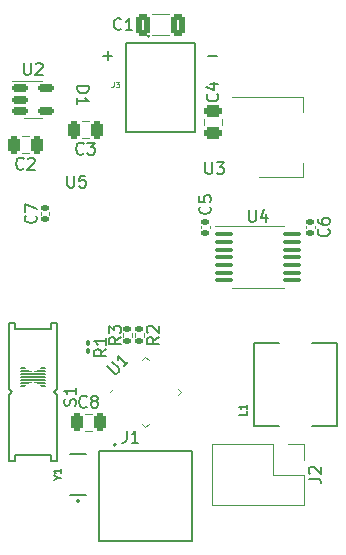
<source format=gto>
G04 #@! TF.GenerationSoftware,KiCad,Pcbnew,(6.0.2)*
G04 #@! TF.CreationDate,2022-09-22T18:34:12-04:00*
G04 #@! TF.ProjectId,Control Board,436f6e74-726f-46c2-9042-6f6172642e6b,rev?*
G04 #@! TF.SameCoordinates,Original*
G04 #@! TF.FileFunction,Legend,Top*
G04 #@! TF.FilePolarity,Positive*
%FSLAX46Y46*%
G04 Gerber Fmt 4.6, Leading zero omitted, Abs format (unit mm)*
G04 Created by KiCad (PCBNEW (6.0.2)) date 2022-09-22 18:34:12*
%MOMM*%
%LPD*%
G01*
G04 APERTURE LIST*
G04 Aperture macros list*
%AMRoundRect*
0 Rectangle with rounded corners*
0 $1 Rounding radius*
0 $2 $3 $4 $5 $6 $7 $8 $9 X,Y pos of 4 corners*
0 Add a 4 corners polygon primitive as box body*
4,1,4,$2,$3,$4,$5,$6,$7,$8,$9,$2,$3,0*
0 Add four circle primitives for the rounded corners*
1,1,$1+$1,$2,$3*
1,1,$1+$1,$4,$5*
1,1,$1+$1,$6,$7*
1,1,$1+$1,$8,$9*
0 Add four rect primitives between the rounded corners*
20,1,$1+$1,$2,$3,$4,$5,0*
20,1,$1+$1,$4,$5,$6,$7,0*
20,1,$1+$1,$6,$7,$8,$9,0*
20,1,$1+$1,$8,$9,$2,$3,0*%
%AMRotRect*
0 Rectangle, with rotation*
0 The origin of the aperture is its center*
0 $1 length*
0 $2 width*
0 $3 Rotation angle, in degrees counterclockwise*
0 Add horizontal line*
21,1,$1,$2,0,0,$3*%
%AMFreePoly0*
4,1,14,0.318306,0.106694,0.381693,0.043306,0.400000,-0.000888,0.400000,-0.062500,0.381693,-0.106694,0.337500,-0.125000,-0.337500,-0.125000,-0.381693,-0.106694,-0.400000,-0.062500,-0.400000,0.062500,-0.381693,0.106694,-0.337500,0.125000,0.274112,0.125000,0.318306,0.106694,0.318306,0.106694,$1*%
%AMFreePoly1*
4,1,14,0.381693,0.106694,0.400000,0.062500,0.400000,0.000888,0.381693,-0.043306,0.318306,-0.106694,0.274112,-0.125000,-0.337500,-0.125000,-0.381693,-0.106694,-0.400000,-0.062500,-0.400000,0.062500,-0.381693,0.106694,-0.337500,0.125000,0.337500,0.125000,0.381693,0.106694,0.381693,0.106694,$1*%
%AMFreePoly2*
4,1,14,0.106694,0.381693,0.125000,0.337500,0.125000,-0.337500,0.106694,-0.381693,0.062500,-0.400000,-0.062500,-0.400000,-0.106694,-0.381693,-0.125000,-0.337500,-0.125000,0.274112,-0.106694,0.318306,-0.043306,0.381693,0.000888,0.400000,0.062500,0.400000,0.106694,0.381693,0.106694,0.381693,$1*%
%AMFreePoly3*
4,1,14,0.043306,0.381693,0.106694,0.318306,0.125000,0.274112,0.125000,-0.337500,0.106694,-0.381693,0.062500,-0.400000,-0.062500,-0.400000,-0.106694,-0.381693,-0.125000,-0.337500,-0.125000,0.337500,-0.106694,0.381693,-0.062500,0.400000,-0.000888,0.400000,0.043306,0.381693,0.043306,0.381693,$1*%
%AMFreePoly4*
4,1,14,0.381693,0.106694,0.400000,0.062500,0.400000,-0.062500,0.381693,-0.106694,0.337500,-0.125000,-0.274112,-0.125000,-0.318306,-0.106694,-0.381693,-0.043306,-0.400000,0.000888,-0.400000,0.062500,-0.381693,0.106694,-0.337500,0.125000,0.337500,0.125000,0.381693,0.106694,0.381693,0.106694,$1*%
%AMFreePoly5*
4,1,14,0.381693,0.106694,0.400000,0.062500,0.400000,-0.062500,0.381693,-0.106694,0.337500,-0.125000,-0.337500,-0.125000,-0.381693,-0.106694,-0.400000,-0.062500,-0.400000,-0.000888,-0.381693,0.043306,-0.318306,0.106694,-0.274112,0.125000,0.337500,0.125000,0.381693,0.106694,0.381693,0.106694,$1*%
%AMFreePoly6*
4,1,14,0.106694,0.381693,0.125000,0.337500,0.125000,-0.274112,0.106694,-0.318306,0.043306,-0.381693,-0.000888,-0.400000,-0.062500,-0.400000,-0.106694,-0.381693,-0.125000,-0.337500,-0.125000,0.337500,-0.106694,0.381693,-0.062500,0.400000,0.062500,0.400000,0.106694,0.381693,0.106694,0.381693,$1*%
%AMFreePoly7*
4,1,14,0.106694,0.381693,0.125000,0.337500,0.125000,-0.337500,0.106694,-0.381693,0.062500,-0.400000,0.000888,-0.400000,-0.043306,-0.381693,-0.106694,-0.318306,-0.125000,-0.274112,-0.125000,0.337500,-0.106694,0.381693,-0.062500,0.400000,0.062500,0.400000,0.106694,0.381693,0.106694,0.381693,$1*%
G04 Aperture macros list end*
%ADD10C,0.150000*%
%ADD11C,0.120000*%
%ADD12C,0.127000*%
%ADD13C,0.200000*%
%ADD14C,1.308000*%
%ADD15R,1.308000X1.308000*%
%ADD16RoundRect,0.250000X-0.325000X-0.650000X0.325000X-0.650000X0.325000X0.650000X-0.325000X0.650000X0*%
%ADD17RoundRect,0.100000X-0.637500X-0.100000X0.637500X-0.100000X0.637500X0.100000X-0.637500X0.100000X0*%
%ADD18RoundRect,0.135000X-0.185000X0.135000X-0.185000X-0.135000X0.185000X-0.135000X0.185000X0.135000X0*%
%ADD19RoundRect,0.150000X-0.512500X-0.150000X0.512500X-0.150000X0.512500X0.150000X-0.512500X0.150000X0*%
%ADD20R,1.700000X1.700000*%
%ADD21O,1.700000X1.700000*%
%ADD22RoundRect,0.250000X-0.250000X-0.475000X0.250000X-0.475000X0.250000X0.475000X-0.250000X0.475000X0*%
%ADD23R,2.000000X1.500000*%
%ADD24R,2.000000X3.800000*%
%ADD25RoundRect,0.100000X-0.100000X0.130000X-0.100000X-0.130000X0.100000X-0.130000X0.100000X0.130000X0*%
%ADD26RoundRect,0.140000X-0.170000X0.140000X-0.170000X-0.140000X0.170000X-0.140000X0.170000X0.140000X0*%
%ADD27R,2.200000X1.500000*%
%ADD28RoundRect,0.250000X0.475000X-0.250000X0.475000X0.250000X-0.475000X0.250000X-0.475000X-0.250000X0*%
%ADD29FreePoly0,45.000000*%
%ADD30RoundRect,0.062500X-0.194454X-0.282843X0.282843X0.194454X0.194454X0.282843X-0.282843X-0.194454X0*%
%ADD31FreePoly1,45.000000*%
%ADD32FreePoly2,45.000000*%
%ADD33RoundRect,0.062500X0.194454X-0.282843X0.282843X-0.194454X-0.194454X0.282843X-0.282843X0.194454X0*%
%ADD34FreePoly3,45.000000*%
%ADD35FreePoly4,45.000000*%
%ADD36FreePoly5,45.000000*%
%ADD37FreePoly6,45.000000*%
%ADD38FreePoly7,45.000000*%
%ADD39RotRect,2.400000X2.400000X45.000000*%
%ADD40RoundRect,0.140000X0.170000X-0.140000X0.170000X0.140000X-0.170000X0.140000X-0.170000X-0.140000X0*%
%ADD41R,0.579000X0.332000*%
%ADD42R,0.579000X0.507000*%
%ADD43C,1.676400*%
%ADD44R,1.900000X0.400000*%
%ADD45R,0.800000X0.500000*%
%ADD46R,1.000000X0.500000*%
G04 APERTURE END LIST*
D10*
X137414047Y-84526428D02*
X138175952Y-84526428D01*
X128524047Y-84526428D02*
X129285952Y-84526428D01*
X128905000Y-84907380D02*
X128905000Y-84145476D01*
D11*
X129380000Y-86732142D02*
X129380000Y-87075000D01*
X129357142Y-87143571D01*
X129311428Y-87189285D01*
X129242857Y-87212142D01*
X129197142Y-87212142D01*
X129562857Y-86732142D02*
X129860000Y-86732142D01*
X129700000Y-86915000D01*
X129768571Y-86915000D01*
X129814285Y-86937857D01*
X129837142Y-86960714D01*
X129860000Y-87006428D01*
X129860000Y-87120714D01*
X129837142Y-87166428D01*
X129814285Y-87189285D01*
X129768571Y-87212142D01*
X129631428Y-87212142D01*
X129585714Y-87189285D01*
X129562857Y-87166428D01*
D10*
X130008333Y-82272142D02*
X129960714Y-82319761D01*
X129817857Y-82367380D01*
X129722619Y-82367380D01*
X129579761Y-82319761D01*
X129484523Y-82224523D01*
X129436904Y-82129285D01*
X129389285Y-81938809D01*
X129389285Y-81795952D01*
X129436904Y-81605476D01*
X129484523Y-81510238D01*
X129579761Y-81415000D01*
X129722619Y-81367380D01*
X129817857Y-81367380D01*
X129960714Y-81415000D01*
X130008333Y-81462619D01*
X130960714Y-82367380D02*
X130389285Y-82367380D01*
X130675000Y-82367380D02*
X130675000Y-81367380D01*
X130579761Y-81510238D01*
X130484523Y-81605476D01*
X130389285Y-81653095D01*
X140843095Y-97602380D02*
X140843095Y-98411904D01*
X140890714Y-98507142D01*
X140938333Y-98554761D01*
X141033571Y-98602380D01*
X141224047Y-98602380D01*
X141319285Y-98554761D01*
X141366904Y-98507142D01*
X141414523Y-98411904D01*
X141414523Y-97602380D01*
X142319285Y-97935714D02*
X142319285Y-98602380D01*
X142081190Y-97554761D02*
X141843095Y-98269047D01*
X142462142Y-98269047D01*
X133194380Y-108370666D02*
X132718190Y-108704000D01*
X133194380Y-108942095D02*
X132194380Y-108942095D01*
X132194380Y-108561142D01*
X132242000Y-108465904D01*
X132289619Y-108418285D01*
X132384857Y-108370666D01*
X132527714Y-108370666D01*
X132622952Y-108418285D01*
X132670571Y-108465904D01*
X132718190Y-108561142D01*
X132718190Y-108942095D01*
X132289619Y-107989714D02*
X132242000Y-107942095D01*
X132194380Y-107846857D01*
X132194380Y-107608761D01*
X132242000Y-107513523D01*
X132289619Y-107465904D01*
X132384857Y-107418285D01*
X132480095Y-107418285D01*
X132622952Y-107465904D01*
X133194380Y-108037333D01*
X133194380Y-107418285D01*
X129992380Y-108370666D02*
X129516190Y-108704000D01*
X129992380Y-108942095D02*
X128992380Y-108942095D01*
X128992380Y-108561142D01*
X129040000Y-108465904D01*
X129087619Y-108418285D01*
X129182857Y-108370666D01*
X129325714Y-108370666D01*
X129420952Y-108418285D01*
X129468571Y-108465904D01*
X129516190Y-108561142D01*
X129516190Y-108942095D01*
X128992380Y-108037333D02*
X128992380Y-107418285D01*
X129373333Y-107751619D01*
X129373333Y-107608761D01*
X129420952Y-107513523D01*
X129468571Y-107465904D01*
X129563809Y-107418285D01*
X129801904Y-107418285D01*
X129897142Y-107465904D01*
X129944761Y-107513523D01*
X129992380Y-107608761D01*
X129992380Y-107894476D01*
X129944761Y-107989714D01*
X129897142Y-108037333D01*
X121793095Y-85177380D02*
X121793095Y-85986904D01*
X121840714Y-86082142D01*
X121888333Y-86129761D01*
X121983571Y-86177380D01*
X122174047Y-86177380D01*
X122269285Y-86129761D01*
X122316904Y-86082142D01*
X122364523Y-85986904D01*
X122364523Y-85177380D01*
X122793095Y-85272619D02*
X122840714Y-85225000D01*
X122935952Y-85177380D01*
X123174047Y-85177380D01*
X123269285Y-85225000D01*
X123316904Y-85272619D01*
X123364523Y-85367857D01*
X123364523Y-85463095D01*
X123316904Y-85605952D01*
X122745476Y-86177380D01*
X123364523Y-86177380D01*
X145912380Y-120343333D02*
X146626666Y-120343333D01*
X146769523Y-120390952D01*
X146864761Y-120486190D01*
X146912380Y-120629047D01*
X146912380Y-120724285D01*
X146007619Y-119914761D02*
X145960000Y-119867142D01*
X145912380Y-119771904D01*
X145912380Y-119533809D01*
X145960000Y-119438571D01*
X146007619Y-119390952D01*
X146102857Y-119343333D01*
X146198095Y-119343333D01*
X146340952Y-119390952D01*
X146912380Y-119962380D01*
X146912380Y-119343333D01*
X121753333Y-94083142D02*
X121705714Y-94130761D01*
X121562857Y-94178380D01*
X121467619Y-94178380D01*
X121324761Y-94130761D01*
X121229523Y-94035523D01*
X121181904Y-93940285D01*
X121134285Y-93749809D01*
X121134285Y-93606952D01*
X121181904Y-93416476D01*
X121229523Y-93321238D01*
X121324761Y-93226000D01*
X121467619Y-93178380D01*
X121562857Y-93178380D01*
X121705714Y-93226000D01*
X121753333Y-93273619D01*
X122134285Y-93273619D02*
X122181904Y-93226000D01*
X122277142Y-93178380D01*
X122515238Y-93178380D01*
X122610476Y-93226000D01*
X122658095Y-93273619D01*
X122705714Y-93368857D01*
X122705714Y-93464095D01*
X122658095Y-93606952D01*
X122086666Y-94178380D01*
X122705714Y-94178380D01*
X127087333Y-114247142D02*
X127039714Y-114294761D01*
X126896857Y-114342380D01*
X126801619Y-114342380D01*
X126658761Y-114294761D01*
X126563523Y-114199523D01*
X126515904Y-114104285D01*
X126468285Y-113913809D01*
X126468285Y-113770952D01*
X126515904Y-113580476D01*
X126563523Y-113485238D01*
X126658761Y-113390000D01*
X126801619Y-113342380D01*
X126896857Y-113342380D01*
X127039714Y-113390000D01*
X127087333Y-113437619D01*
X127658761Y-113770952D02*
X127563523Y-113723333D01*
X127515904Y-113675714D01*
X127468285Y-113580476D01*
X127468285Y-113532857D01*
X127515904Y-113437619D01*
X127563523Y-113390000D01*
X127658761Y-113342380D01*
X127849238Y-113342380D01*
X127944476Y-113390000D01*
X127992095Y-113437619D01*
X128039714Y-113532857D01*
X128039714Y-113580476D01*
X127992095Y-113675714D01*
X127944476Y-113723333D01*
X127849238Y-113770952D01*
X127658761Y-113770952D01*
X127563523Y-113818571D01*
X127515904Y-113866190D01*
X127468285Y-113961428D01*
X127468285Y-114151904D01*
X127515904Y-114247142D01*
X127563523Y-114294761D01*
X127658761Y-114342380D01*
X127849238Y-114342380D01*
X127944476Y-114294761D01*
X127992095Y-114247142D01*
X128039714Y-114151904D01*
X128039714Y-113961428D01*
X127992095Y-113866190D01*
X127944476Y-113818571D01*
X127849238Y-113770952D01*
X137160095Y-93559380D02*
X137160095Y-94368904D01*
X137207714Y-94464142D01*
X137255333Y-94511761D01*
X137350571Y-94559380D01*
X137541047Y-94559380D01*
X137636285Y-94511761D01*
X137683904Y-94464142D01*
X137731523Y-94368904D01*
X137731523Y-93559380D01*
X138112476Y-93559380D02*
X138731523Y-93559380D01*
X138398190Y-93940333D01*
X138541047Y-93940333D01*
X138636285Y-93987952D01*
X138683904Y-94035571D01*
X138731523Y-94130809D01*
X138731523Y-94368904D01*
X138683904Y-94464142D01*
X138636285Y-94511761D01*
X138541047Y-94559380D01*
X138255333Y-94559380D01*
X138160095Y-94511761D01*
X138112476Y-94464142D01*
X128756380Y-109386666D02*
X128280190Y-109720000D01*
X128756380Y-109958095D02*
X127756380Y-109958095D01*
X127756380Y-109577142D01*
X127804000Y-109481904D01*
X127851619Y-109434285D01*
X127946857Y-109386666D01*
X128089714Y-109386666D01*
X128184952Y-109434285D01*
X128232571Y-109481904D01*
X128280190Y-109577142D01*
X128280190Y-109958095D01*
X128756380Y-108434285D02*
X128756380Y-109005714D01*
X128756380Y-108720000D02*
X127756380Y-108720000D01*
X127899238Y-108815238D01*
X127994476Y-108910476D01*
X128042095Y-109005714D01*
X137517142Y-97321666D02*
X137564761Y-97369285D01*
X137612380Y-97512142D01*
X137612380Y-97607380D01*
X137564761Y-97750238D01*
X137469523Y-97845476D01*
X137374285Y-97893095D01*
X137183809Y-97940714D01*
X137040952Y-97940714D01*
X136850476Y-97893095D01*
X136755238Y-97845476D01*
X136660000Y-97750238D01*
X136612380Y-97607380D01*
X136612380Y-97512142D01*
X136660000Y-97369285D01*
X136707619Y-97321666D01*
X136612380Y-96416904D02*
X136612380Y-96893095D01*
X137088571Y-96940714D01*
X137040952Y-96893095D01*
X136993333Y-96797857D01*
X136993333Y-96559761D01*
X137040952Y-96464523D01*
X137088571Y-96416904D01*
X137183809Y-96369285D01*
X137421904Y-96369285D01*
X137517142Y-96416904D01*
X137564761Y-96464523D01*
X137612380Y-96559761D01*
X137612380Y-96797857D01*
X137564761Y-96893095D01*
X137517142Y-96940714D01*
X140663123Y-114619666D02*
X140663123Y-114924428D01*
X140023123Y-114924428D01*
X140663123Y-114071095D02*
X140663123Y-114436809D01*
X140663123Y-114253952D02*
X140023123Y-114253952D01*
X140114552Y-114314904D01*
X140175504Y-114375857D01*
X140205980Y-114436809D01*
X126833333Y-92813142D02*
X126785714Y-92860761D01*
X126642857Y-92908380D01*
X126547619Y-92908380D01*
X126404761Y-92860761D01*
X126309523Y-92765523D01*
X126261904Y-92670285D01*
X126214285Y-92479809D01*
X126214285Y-92336952D01*
X126261904Y-92146476D01*
X126309523Y-92051238D01*
X126404761Y-91956000D01*
X126547619Y-91908380D01*
X126642857Y-91908380D01*
X126785714Y-91956000D01*
X126833333Y-92003619D01*
X127166666Y-91908380D02*
X127785714Y-91908380D01*
X127452380Y-92289333D01*
X127595238Y-92289333D01*
X127690476Y-92336952D01*
X127738095Y-92384571D01*
X127785714Y-92479809D01*
X127785714Y-92717904D01*
X127738095Y-92813142D01*
X127690476Y-92860761D01*
X127595238Y-92908380D01*
X127309523Y-92908380D01*
X127214285Y-92860761D01*
X127166666Y-92813142D01*
X138152142Y-87796666D02*
X138199761Y-87844285D01*
X138247380Y-87987142D01*
X138247380Y-88082380D01*
X138199761Y-88225238D01*
X138104523Y-88320476D01*
X138009285Y-88368095D01*
X137818809Y-88415714D01*
X137675952Y-88415714D01*
X137485476Y-88368095D01*
X137390238Y-88320476D01*
X137295000Y-88225238D01*
X137247380Y-88082380D01*
X137247380Y-87987142D01*
X137295000Y-87844285D01*
X137342619Y-87796666D01*
X137580714Y-86939523D02*
X138247380Y-86939523D01*
X137199761Y-87177619D02*
X137914047Y-87415714D01*
X137914047Y-86796666D01*
X128820574Y-110848070D02*
X129392994Y-111420490D01*
X129494009Y-111454162D01*
X129561353Y-111454162D01*
X129662368Y-111420490D01*
X129797055Y-111285803D01*
X129830727Y-111184788D01*
X129830727Y-111117444D01*
X129797055Y-111016429D01*
X129224635Y-110444009D01*
X130638849Y-110444009D02*
X130234788Y-110848070D01*
X130436818Y-110646040D02*
X129729712Y-109938933D01*
X129763383Y-110107292D01*
X129763383Y-110241979D01*
X129729712Y-110342994D01*
X147567142Y-99226666D02*
X147614761Y-99274285D01*
X147662380Y-99417142D01*
X147662380Y-99512380D01*
X147614761Y-99655238D01*
X147519523Y-99750476D01*
X147424285Y-99798095D01*
X147233809Y-99845714D01*
X147090952Y-99845714D01*
X146900476Y-99798095D01*
X146805238Y-99750476D01*
X146710000Y-99655238D01*
X146662380Y-99512380D01*
X146662380Y-99417142D01*
X146710000Y-99274285D01*
X146757619Y-99226666D01*
X146662380Y-98369523D02*
X146662380Y-98560000D01*
X146710000Y-98655238D01*
X146757619Y-98702857D01*
X146900476Y-98798095D01*
X147090952Y-98845714D01*
X147471904Y-98845714D01*
X147567142Y-98798095D01*
X147614761Y-98750476D01*
X147662380Y-98655238D01*
X147662380Y-98464761D01*
X147614761Y-98369523D01*
X147567142Y-98321904D01*
X147471904Y-98274285D01*
X147233809Y-98274285D01*
X147138571Y-98321904D01*
X147090952Y-98369523D01*
X147043333Y-98464761D01*
X147043333Y-98655238D01*
X147090952Y-98750476D01*
X147138571Y-98798095D01*
X147233809Y-98845714D01*
X122768142Y-98083666D02*
X122815761Y-98131285D01*
X122863380Y-98274142D01*
X122863380Y-98369380D01*
X122815761Y-98512238D01*
X122720523Y-98607476D01*
X122625285Y-98655095D01*
X122434809Y-98702714D01*
X122291952Y-98702714D01*
X122101476Y-98655095D01*
X122006238Y-98607476D01*
X121911000Y-98512238D01*
X121863380Y-98369380D01*
X121863380Y-98274142D01*
X121911000Y-98131285D01*
X121958619Y-98083666D01*
X121863380Y-97750333D02*
X121863380Y-97083666D01*
X122863380Y-97512238D01*
X126277619Y-87141904D02*
X127277619Y-87141904D01*
X127277619Y-87380000D01*
X127230000Y-87522857D01*
X127134761Y-87618095D01*
X127039523Y-87665714D01*
X126849047Y-87713333D01*
X126706190Y-87713333D01*
X126515714Y-87665714D01*
X126420476Y-87618095D01*
X126325238Y-87522857D01*
X126277619Y-87380000D01*
X126277619Y-87141904D01*
X126277619Y-88665714D02*
X126277619Y-88094285D01*
X126277619Y-88380000D02*
X127277619Y-88380000D01*
X127134761Y-88284761D01*
X127039523Y-88189523D01*
X126991904Y-88094285D01*
X126134761Y-114172904D02*
X126182380Y-114030047D01*
X126182380Y-113791952D01*
X126134761Y-113696714D01*
X126087142Y-113649095D01*
X125991904Y-113601476D01*
X125896666Y-113601476D01*
X125801428Y-113649095D01*
X125753809Y-113696714D01*
X125706190Y-113791952D01*
X125658571Y-113982428D01*
X125610952Y-114077666D01*
X125563333Y-114125285D01*
X125468095Y-114172904D01*
X125372857Y-114172904D01*
X125277619Y-114125285D01*
X125230000Y-114077666D01*
X125182380Y-113982428D01*
X125182380Y-113744333D01*
X125230000Y-113601476D01*
X126182380Y-112649095D02*
X126182380Y-113220523D01*
X126182380Y-112934809D02*
X125182380Y-112934809D01*
X125325238Y-113030047D01*
X125420476Y-113125285D01*
X125468095Y-113220523D01*
X124643361Y-120287761D02*
X124948123Y-120287761D01*
X124308123Y-120501095D02*
X124643361Y-120287761D01*
X124308123Y-120074428D01*
X124948123Y-119525857D02*
X124948123Y-119891571D01*
X124948123Y-119708714D02*
X124308123Y-119708714D01*
X124399552Y-119769666D01*
X124460504Y-119830619D01*
X124490980Y-119891571D01*
X130476553Y-116292195D02*
X130476553Y-117006723D01*
X130428918Y-117149628D01*
X130333648Y-117244899D01*
X130190742Y-117292534D01*
X130095472Y-117292534D01*
X131476892Y-117292534D02*
X130905270Y-117292534D01*
X131191081Y-117292534D02*
X131191081Y-116292195D01*
X131095811Y-116435100D01*
X131000540Y-116530371D01*
X130905270Y-116578006D01*
X125476095Y-94702380D02*
X125476095Y-95511904D01*
X125523714Y-95607142D01*
X125571333Y-95654761D01*
X125666571Y-95702380D01*
X125857047Y-95702380D01*
X125952285Y-95654761D01*
X125999904Y-95607142D01*
X126047523Y-95511904D01*
X126047523Y-94702380D01*
X126999904Y-94702380D02*
X126523714Y-94702380D01*
X126476095Y-95178571D01*
X126523714Y-95130952D01*
X126618952Y-95083333D01*
X126857047Y-95083333D01*
X126952285Y-95130952D01*
X126999904Y-95178571D01*
X127047523Y-95273809D01*
X127047523Y-95511904D01*
X126999904Y-95607142D01*
X126952285Y-95654761D01*
X126857047Y-95702380D01*
X126618952Y-95702380D01*
X126523714Y-95654761D01*
X126476095Y-95607142D01*
D12*
X130400000Y-83432500D02*
X136300000Y-83432500D01*
X136300000Y-83432500D02*
X136300000Y-91032500D01*
X130400000Y-91032500D02*
X130400000Y-83432500D01*
D13*
X132450000Y-82882500D02*
G75*
G03*
X132450000Y-82882500I-100000J0D01*
G01*
D12*
X136300000Y-91032500D02*
X130400000Y-91032500D01*
D11*
X132638748Y-82825000D02*
X134061252Y-82825000D01*
X132638748Y-81005000D02*
X134061252Y-81005000D01*
X141605000Y-98990000D02*
X143805000Y-98990000D01*
X141605000Y-104210000D02*
X139405000Y-104210000D01*
X141605000Y-98990000D02*
X138005000Y-98990000D01*
X141605000Y-104210000D02*
X143805000Y-104210000D01*
X131952000Y-108050359D02*
X131952000Y-108357641D01*
X131192000Y-108050359D02*
X131192000Y-108357641D01*
X130936000Y-108050359D02*
X130936000Y-108357641D01*
X130176000Y-108050359D02*
X130176000Y-108357641D01*
X122555000Y-89825000D02*
X123355000Y-89825000D01*
X122555000Y-86705000D02*
X123355000Y-86705000D01*
X122555000Y-89825000D02*
X121755000Y-89825000D01*
X122555000Y-86705000D02*
X120755000Y-86705000D01*
X144130000Y-117410000D02*
X145460000Y-117410000D01*
X142860000Y-117410000D02*
X137720000Y-117410000D01*
X145460000Y-122610000D02*
X137720000Y-122610000D01*
X142860000Y-120010000D02*
X145460000Y-120010000D01*
X137720000Y-117410000D02*
X137720000Y-122610000D01*
X145460000Y-117410000D02*
X145460000Y-118740000D01*
X142860000Y-117410000D02*
X142860000Y-120010000D01*
X145460000Y-120010000D02*
X145460000Y-122610000D01*
X121658748Y-92810000D02*
X122181252Y-92810000D01*
X121658748Y-91340000D02*
X122181252Y-91340000D01*
X126992748Y-114835000D02*
X127515252Y-114835000D01*
X126992748Y-116305000D02*
X127515252Y-116305000D01*
X139410000Y-88030000D02*
X145420000Y-88030000D01*
X145420000Y-88030000D02*
X145420000Y-89290000D01*
X141660000Y-94850000D02*
X145420000Y-94850000D01*
X145420000Y-94850000D02*
X145420000Y-93590000D01*
X137520000Y-98952164D02*
X137520000Y-99167836D01*
X136800000Y-98952164D02*
X136800000Y-99167836D01*
D12*
X141280000Y-115895000D02*
X141280000Y-108895000D01*
X148280000Y-108895000D02*
X146200000Y-108895000D01*
X148280000Y-115895000D02*
X146200000Y-115895000D01*
X148280000Y-115895000D02*
X148280000Y-108895000D01*
X141280000Y-108895000D02*
X143360000Y-108895000D01*
X141280000Y-115895000D02*
X143360000Y-115895000D01*
D11*
X126738748Y-90070000D02*
X127261252Y-90070000D01*
X126738748Y-91540000D02*
X127261252Y-91540000D01*
X137060000Y-90431252D02*
X137060000Y-89908748D01*
X138530000Y-90431252D02*
X138530000Y-89908748D01*
X132345165Y-115748826D02*
X132080000Y-116013991D01*
X131814835Y-110311174D02*
X132080000Y-110046009D01*
X129361174Y-112764835D02*
X129096009Y-113030000D01*
X132080000Y-110046009D02*
X132345165Y-110311174D01*
X132080000Y-116013991D02*
X131814835Y-115748826D01*
X135063991Y-113030000D02*
X134798826Y-112764835D01*
X134798826Y-113295165D02*
X135063991Y-113030000D01*
X146410000Y-98952164D02*
X146410000Y-99167836D01*
X145690000Y-98952164D02*
X145690000Y-99167836D01*
X123211000Y-98024836D02*
X123211000Y-97809164D01*
X123931000Y-98024836D02*
X123931000Y-97809164D01*
D12*
X124079000Y-118364000D02*
X121031000Y-118364000D01*
X120523000Y-112776000D02*
X120523000Y-107188000D01*
X124587000Y-112776000D02*
X124333000Y-113030000D01*
X123571000Y-112522000D02*
X121539000Y-112522000D01*
X124333000Y-113030000D02*
X124587000Y-113284000D01*
X124079000Y-107188000D02*
X124587000Y-107188000D01*
X124587000Y-113284000D02*
X124587000Y-118872000D01*
X121031000Y-107188000D02*
X121031000Y-107696000D01*
X124079000Y-118872000D02*
X124079000Y-118364000D01*
X120523000Y-118872000D02*
X120523000Y-113284000D01*
X123571000Y-111506000D02*
X121539000Y-111506000D01*
X121031000Y-118872000D02*
X120523000Y-118872000D01*
X121539000Y-111760000D02*
X123571000Y-111760000D01*
X121539000Y-112268000D02*
X123571000Y-112268000D01*
X123571000Y-110998000D02*
X121539000Y-110998000D01*
X124587000Y-118872000D02*
X124079000Y-118872000D01*
X120523000Y-107188000D02*
X121031000Y-107188000D01*
X121539000Y-111252000D02*
X123571000Y-111252000D01*
X121031000Y-118364000D02*
X121031000Y-118872000D01*
X120777000Y-113030000D02*
X120523000Y-112776000D01*
X123571000Y-112014000D02*
X121539000Y-112014000D01*
X120523000Y-113284000D02*
X120777000Y-113030000D01*
X121031000Y-107696000D02*
X124079000Y-107696000D01*
X124079000Y-107696000D02*
X124079000Y-107188000D01*
X124587000Y-107188000D02*
X124587000Y-112776000D01*
X125715000Y-121735000D02*
X127015000Y-121735000D01*
X125715000Y-118295000D02*
X127015000Y-118295000D01*
D13*
X126465000Y-122235000D02*
G75*
G03*
X126465000Y-122235000I-100000J0D01*
G01*
D12*
X128130000Y-118030000D02*
X128130000Y-125630000D01*
X136030000Y-118030000D02*
X128130000Y-118030000D01*
X128130000Y-125630000D02*
X136030000Y-125630000D01*
X136030000Y-125630000D02*
X136030000Y-118030000D01*
D13*
X129580000Y-117480000D02*
G75*
G03*
X129580000Y-117480000I-100000J0D01*
G01*
%LPC*%
D14*
X134350000Y-84782500D03*
D15*
X132350000Y-84782500D03*
D16*
X134825000Y-81915000D03*
X131875000Y-81915000D03*
D17*
X144467500Y-99650000D03*
X144467500Y-100300000D03*
X144467500Y-100950000D03*
X144467500Y-101600000D03*
X144467500Y-102250000D03*
X144467500Y-102900000D03*
X144467500Y-103550000D03*
X138742500Y-103550000D03*
X138742500Y-102900000D03*
X138742500Y-102250000D03*
X138742500Y-101600000D03*
X138742500Y-100950000D03*
X138742500Y-100300000D03*
X138742500Y-99650000D03*
D18*
X131572000Y-107694000D03*
X131572000Y-108714000D03*
X130556000Y-107694000D03*
X130556000Y-108714000D03*
D19*
X123692500Y-87315000D03*
X123692500Y-89215000D03*
X121417500Y-89215000D03*
X121417500Y-88265000D03*
X121417500Y-87315000D03*
D20*
X144130000Y-118740000D03*
D21*
X144130000Y-121280000D03*
X141590000Y-118740000D03*
X141590000Y-121280000D03*
X139050000Y-118740000D03*
X139050000Y-121280000D03*
D22*
X122870000Y-92075000D03*
X120970000Y-92075000D03*
X126304000Y-115570000D03*
X128204000Y-115570000D03*
D23*
X140360000Y-93740000D03*
X140360000Y-91440000D03*
D24*
X146660000Y-91440000D03*
D23*
X140360000Y-89140000D03*
D25*
X127254000Y-108900000D03*
X127254000Y-109540000D03*
D26*
X137160000Y-99540000D03*
X137160000Y-98580000D03*
D27*
X144780000Y-115545000D03*
X144780000Y-109245000D03*
D22*
X127950000Y-90805000D03*
X126050000Y-90805000D03*
D28*
X137795000Y-89220000D03*
X137795000Y-91120000D03*
D29*
X129746548Y-113454264D03*
D30*
X130064746Y-113772462D03*
X130382944Y-114090660D03*
X130701142Y-114408858D03*
X131019340Y-114727056D03*
X131337538Y-115045254D03*
D31*
X131655736Y-115363452D03*
D32*
X132504264Y-115363452D03*
D33*
X132822462Y-115045254D03*
X133140660Y-114727056D03*
X133458858Y-114408858D03*
X133777056Y-114090660D03*
X134095254Y-113772462D03*
D34*
X134413452Y-113454264D03*
D35*
X134413452Y-112605736D03*
D30*
X134095254Y-112287538D03*
X133777056Y-111969340D03*
X133458858Y-111651142D03*
X133140660Y-111332944D03*
X132822462Y-111014746D03*
D36*
X132504264Y-110696548D03*
D37*
X131655736Y-110696548D03*
D33*
X131337538Y-111014746D03*
X131019340Y-111332944D03*
X130701142Y-111651142D03*
X130382944Y-111969340D03*
X130064746Y-112287538D03*
D38*
X129746548Y-112605736D03*
D39*
X132080000Y-113030000D03*
D26*
X146050000Y-99540000D03*
X146050000Y-98580000D03*
D40*
X123571000Y-97437000D03*
X123571000Y-98397000D03*
D41*
X125730000Y-87430000D03*
D42*
X125730000Y-88000000D03*
D43*
X122555000Y-110490000D03*
X122555000Y-113030000D03*
X122555000Y-115570000D03*
D44*
X126365000Y-121215000D03*
X126365000Y-120015000D03*
X126365000Y-118815000D03*
D15*
X130080000Y-119380000D03*
D14*
X132080000Y-119380000D03*
X134080000Y-119380000D03*
D45*
X127488000Y-96490000D03*
X127488000Y-97390000D03*
X127488000Y-98290000D03*
X127488000Y-99190000D03*
X124988000Y-99190000D03*
X124988000Y-98290000D03*
X124988000Y-97390000D03*
D46*
X125088000Y-96490000D03*
M02*

</source>
